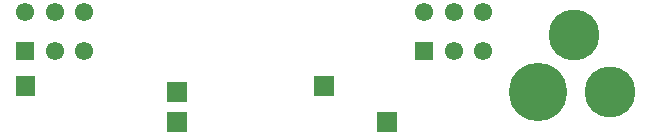
<source format=gbr>
G04 start of page 7 for group -4062 idx -4062 *
G04 Title: (unknown), soldermask *
G04 Creator: pcb 20110918 *
G04 CreationDate: Sat 30 Jan 2016 03:31:44 AM GMT UTC *
G04 For: railfan *
G04 Format: Gerber/RS-274X *
G04 PCB-Dimensions: 250000 50000 *
G04 PCB-Coordinate-Origin: lower left *
%MOIN*%
%FSLAX25Y25*%
%LNBOTTOMMASK*%
%ADD47C,0.0610*%
%ADD46C,0.0001*%
%ADD45C,0.1700*%
%ADD44C,0.1950*%
G54D44*X196000Y17500D03*
G54D45*X220000D03*
X208000Y36500D03*
G54D46*G36*
X121200Y22800D02*Y16200D01*
X127800D01*
Y22800D01*
X121200D01*
G37*
G36*
X142200Y10800D02*Y4200D01*
X148800D01*
Y10800D01*
X142200D01*
G37*
G36*
X154824Y34058D02*Y27958D01*
X160924D01*
Y34058D01*
X154824D01*
G37*
G54D47*X167717Y31008D03*
X177559D03*
X157874Y44000D03*
X167717D03*
X177559D03*
G54D46*G36*
X21824Y34058D02*Y27958D01*
X27924D01*
Y34058D01*
X21824D01*
G37*
G54D47*X34717Y31008D03*
X44559D03*
X24874Y44000D03*
X34717D03*
X44559D03*
G54D46*G36*
X21700Y22800D02*Y16200D01*
X28300D01*
Y22800D01*
X21700D01*
G37*
G36*
X72200Y20800D02*Y14200D01*
X78800D01*
Y20800D01*
X72200D01*
G37*
G36*
Y10800D02*Y4200D01*
X78800D01*
Y10800D01*
X72200D01*
G37*
M02*

</source>
